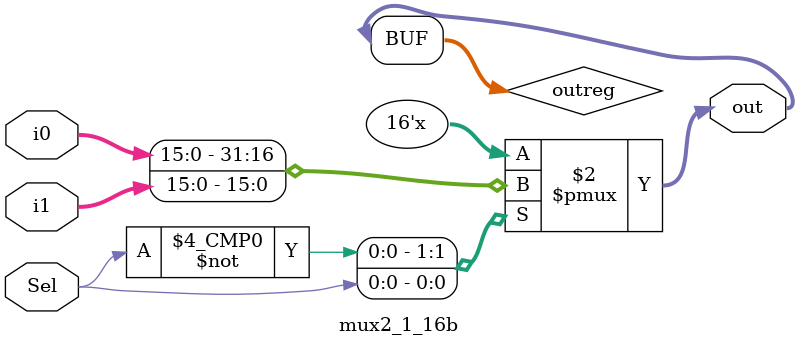
<source format=v>
/*
   CS/ECE 552 Spring '19
   Homework #5, Problem 1

   A 16-bit 2-1 Mux (can be configured with N parameter to be a
   different number of bits).

   Author          : CS552 Staff
*/
module mux2_1_16b(/*AUTOARG*/
                  // Inputs    
                  i0,      
                  i1,      
                  Sel,
                  // Outputs
                  out);

   parameter N = 16;

   input [N-1:0]    i0, i1;
   input            Sel;

   output [N-1:0]   out;    

   reg [N-1:0]      outreg;

   always @* begin
      case (Sel)    
        2'b0 : outreg = i0;      
        2'b1 : outreg = i1;    
		default: outreg = {N{1'bx}};     // unknown Sel = unknown output
      endcase         
   end                        

   assign out = outreg;

endmodule    

</source>
